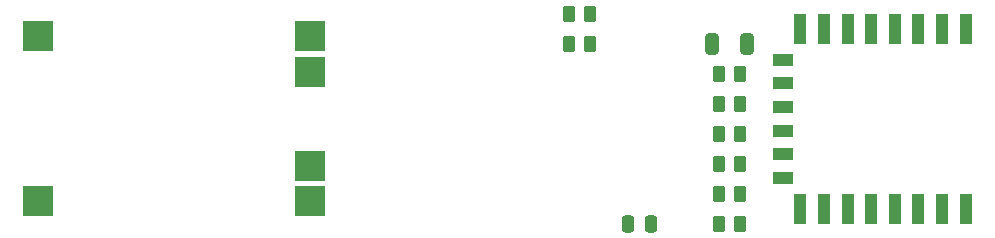
<source format=gbr>
%TF.GenerationSoftware,KiCad,Pcbnew,7.0.9*%
%TF.CreationDate,2023-11-22T21:43:23-08:00*%
%TF.ProjectId,esp12-temp-sensore,65737031-322d-4746-956d-702d73656e73,rev?*%
%TF.SameCoordinates,Original*%
%TF.FileFunction,Paste,Top*%
%TF.FilePolarity,Positive*%
%FSLAX46Y46*%
G04 Gerber Fmt 4.6, Leading zero omitted, Abs format (unit mm)*
G04 Created by KiCad (PCBNEW 7.0.9) date 2023-11-22 21:43:23*
%MOMM*%
%LPD*%
G01*
G04 APERTURE LIST*
G04 Aperture macros list*
%AMRoundRect*
0 Rectangle with rounded corners*
0 $1 Rounding radius*
0 $2 $3 $4 $5 $6 $7 $8 $9 X,Y pos of 4 corners*
0 Add a 4 corners polygon primitive as box body*
4,1,4,$2,$3,$4,$5,$6,$7,$8,$9,$2,$3,0*
0 Add four circle primitives for the rounded corners*
1,1,$1+$1,$2,$3*
1,1,$1+$1,$4,$5*
1,1,$1+$1,$6,$7*
1,1,$1+$1,$8,$9*
0 Add four rect primitives between the rounded corners*
20,1,$1+$1,$2,$3,$4,$5,0*
20,1,$1+$1,$4,$5,$6,$7,0*
20,1,$1+$1,$6,$7,$8,$9,0*
20,1,$1+$1,$8,$9,$2,$3,0*%
G04 Aperture macros list end*
%ADD10RoundRect,0.250000X-0.262500X-0.450000X0.262500X-0.450000X0.262500X0.450000X-0.262500X0.450000X0*%
%ADD11R,2.500000X2.500000*%
%ADD12RoundRect,0.250000X-0.250000X-0.475000X0.250000X-0.475000X0.250000X0.475000X-0.250000X0.475000X0*%
%ADD13RoundRect,0.250000X-0.325000X-0.650000X0.325000X-0.650000X0.325000X0.650000X-0.325000X0.650000X0*%
%ADD14R,1.000000X2.500000*%
%ADD15R,1.800000X1.000000*%
%ADD16RoundRect,0.250000X0.262500X0.450000X-0.262500X0.450000X-0.262500X-0.450000X0.262500X-0.450000X0*%
G04 APERTURE END LIST*
D10*
%TO.C,R7*%
X79097500Y-39370000D03*
X80922500Y-39370000D03*
%TD*%
D11*
%TO.C,A1*%
X21520000Y-28560000D03*
X21520000Y-42560000D03*
X44520000Y-31560000D03*
X44520000Y-39560000D03*
X44520000Y-28560000D03*
X44520000Y-42560000D03*
%TD*%
D12*
%TO.C,C1*%
X71440000Y-44450000D03*
X73340000Y-44450000D03*
%TD*%
D13*
%TO.C,C2*%
X78535000Y-29210000D03*
X81485000Y-29210000D03*
%TD*%
D10*
%TO.C,R6*%
X79097500Y-31750000D03*
X80922500Y-31750000D03*
%TD*%
%TO.C,R3*%
X66397500Y-29210000D03*
X68222500Y-29210000D03*
%TD*%
%TO.C,R5*%
X79097500Y-36830000D03*
X80922500Y-36830000D03*
%TD*%
%TO.C,R4*%
X79097500Y-34290000D03*
X80922500Y-34290000D03*
%TD*%
D14*
%TO.C,U2*%
X100020000Y-27960000D03*
X98020000Y-27960000D03*
X96020000Y-27960000D03*
X94020000Y-27960000D03*
X92020000Y-27960000D03*
X90020000Y-27960000D03*
X88020000Y-27960000D03*
X86020000Y-27960000D03*
D15*
X84520000Y-30560000D03*
X84520000Y-32560000D03*
X84520000Y-34560000D03*
X84520000Y-36560000D03*
X84520000Y-38560000D03*
X84520000Y-40560000D03*
D14*
X86020000Y-43160000D03*
X88020000Y-43160000D03*
X90020000Y-43160000D03*
X92020000Y-43160000D03*
X94020000Y-43160000D03*
X96020000Y-43160000D03*
X98020000Y-43160000D03*
X100020000Y-43160000D03*
%TD*%
D10*
%TO.C,R2*%
X66397500Y-26670000D03*
X68222500Y-26670000D03*
%TD*%
D16*
%TO.C,R8*%
X80922500Y-41910000D03*
X79097500Y-41910000D03*
%TD*%
D10*
%TO.C,R1*%
X79097500Y-44450000D03*
X80922500Y-44450000D03*
%TD*%
M02*

</source>
